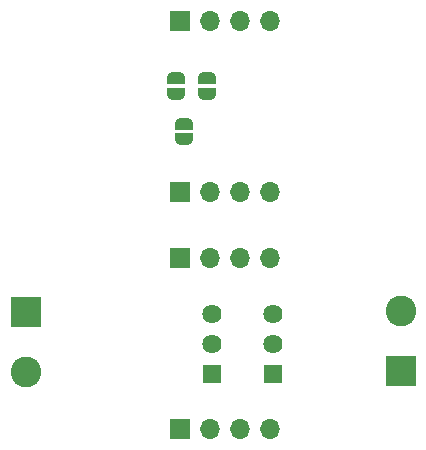
<source format=gbr>
%TF.GenerationSoftware,KiCad,Pcbnew,8.99.0-2194-gb3b7cbcab2*%
%TF.CreationDate,2024-10-21T01:16:46-04:00*%
%TF.ProjectId,shield,73686965-6c64-42e6-9b69-6361645f7063,V1.0*%
%TF.SameCoordinates,Original*%
%TF.FileFunction,Soldermask,Bot*%
%TF.FilePolarity,Negative*%
%FSLAX46Y46*%
G04 Gerber Fmt 4.6, Leading zero omitted, Abs format (unit mm)*
G04 Created by KiCad (PCBNEW 8.99.0-2194-gb3b7cbcab2) date 2024-10-21 01:16:46*
%MOMM*%
%LPD*%
G01*
G04 APERTURE LIST*
G04 Aperture macros list*
%AMFreePoly0*
4,1,19,0.500000,-0.750000,0.000000,-0.750000,0.000000,-0.744911,-0.071157,-0.744911,-0.207708,-0.704816,-0.327430,-0.627875,-0.420627,-0.520320,-0.479746,-0.390866,-0.500000,-0.250000,-0.500000,0.250000,-0.479746,0.390866,-0.420627,0.520320,-0.327430,0.627875,-0.207708,0.704816,-0.071157,0.744911,0.000000,0.744911,0.000000,0.750000,0.500000,0.750000,0.500000,-0.750000,0.500000,-0.750000,
$1*%
%AMFreePoly1*
4,1,19,0.000000,0.744911,0.071157,0.744911,0.207708,0.704816,0.327430,0.627875,0.420627,0.520320,0.479746,0.390866,0.500000,0.250000,0.500000,-0.250000,0.479746,-0.390866,0.420627,-0.520320,0.327430,-0.627875,0.207708,-0.704816,0.071157,-0.744911,0.000000,-0.744911,0.000000,-0.750000,-0.500000,-0.750000,-0.500000,0.750000,0.000000,0.750000,0.000000,0.744911,0.000000,0.744911,
$1*%
G04 Aperture macros list end*
%ADD10R,1.625600X1.625600*%
%ADD11C,1.625600*%
%ADD12R,1.700000X1.700000*%
%ADD13O,1.700000X1.700000*%
%ADD14FreePoly0,270.000000*%
%ADD15FreePoly1,270.000000*%
%ADD16R,2.600000X2.600000*%
%ADD17C,2.600000*%
G04 APERTURE END LIST*
D10*
%TO.C,Q1*%
X147778085Y-118510283D03*
D11*
X147778085Y-115970283D03*
X147778085Y-113430283D03*
%TD*%
D12*
%TO.C,J6*%
X145078085Y-123160283D03*
D13*
X147618085Y-123160283D03*
X150158085Y-123160283D03*
X152698085Y-123160283D03*
%TD*%
D10*
%TO.C,Q2*%
X152938085Y-118500283D03*
D11*
X152938085Y-115960283D03*
X152938085Y-113420283D03*
%TD*%
D12*
%TO.C,J4*%
X145078085Y-103060283D03*
D13*
X147618085Y-103060283D03*
X150158085Y-103060283D03*
X152698085Y-103060283D03*
%TD*%
D12*
%TO.C,J5*%
X145078085Y-108660283D03*
D13*
X147618085Y-108660283D03*
X150158085Y-108660283D03*
X152698085Y-108660283D03*
%TD*%
D12*
%TO.C,J3*%
X145078085Y-88560283D03*
D13*
X147618085Y-88560283D03*
X150158085Y-88560283D03*
X152698085Y-88560283D03*
%TD*%
D14*
%TO.C,JP1*%
X147348085Y-93450283D03*
D15*
X147348085Y-94750283D03*
%TD*%
D16*
%TO.C,J2*%
X163778085Y-118260283D03*
D17*
X163778085Y-113180283D03*
%TD*%
D14*
%TO.C,JP2*%
X144758085Y-93440283D03*
D15*
X144758085Y-94740283D03*
%TD*%
D14*
%TO.C,JP3*%
X145376085Y-97315283D03*
D15*
X145376085Y-98615283D03*
%TD*%
D16*
%TO.C,J1*%
X131988085Y-113230283D03*
D17*
X131988085Y-118310283D03*
%TD*%
M02*

</source>
